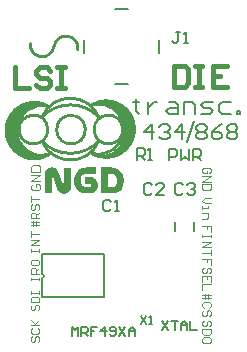
<source format=gto>
%FSAX44Y44*%
%MOMM*%
G71*
G01*
G75*
%ADD10R,0.8000X0.9000*%
%ADD11R,0.9000X0.8000*%
%ADD12R,1.2000X2.0000*%
%ADD13O,0.4500X1.5000*%
%ADD14R,0.4500X1.5000*%
%ADD15R,1.8000X1.3000*%
%ADD16C,0.2000*%
%ADD17C,0.3000*%
%ADD18C,0.4000*%
%ADD19C,0.7000*%
%ADD20C,0.5000*%
%ADD21R,2.4130X3.6830*%
%ADD22C,2.3000*%
%ADD23R,2.4400X2.4400*%
%ADD24R,2.4400X2.4400*%
%ADD25C,1.0000*%
%ADD26C,1.8000*%
%ADD27C,0.8000*%
%ADD28C,0.6000*%
%ADD29C,0.2540*%
%ADD30C,0.1500*%
%ADD31C,0.1000*%
G36*
X-00007733Y00152779D02*
X-00007510D01*
X-00007250Y00152742D01*
X-00006582Y00152630D01*
X-00005840Y00152482D01*
X-00004987Y00152222D01*
X-00004059Y00151888D01*
X-00003131Y00151443D01*
X-00002204Y00150849D01*
X-00001721Y00150515D01*
X-00001276Y00150144D01*
X-00000830Y00149699D01*
X-00000422Y00149253D01*
X-00000014Y00148734D01*
X00000357Y00148177D01*
X00000691Y00147583D01*
X00000988Y00146916D01*
X00001248Y00146210D01*
X00001470Y00145468D01*
X00001656Y00144652D01*
X00001804Y00143761D01*
X00001878Y00142833D01*
X00001916Y00141832D01*
Y00141757D01*
Y00141572D01*
Y00141312D01*
X00001878Y00140904D01*
X00001841Y00140458D01*
X00001767Y00139939D01*
X00001693Y00139345D01*
X00001582Y00138714D01*
X00001470Y00138046D01*
X00001285Y00137341D01*
X00001062Y00136673D01*
X00000839Y00135968D01*
X00000505Y00135300D01*
X00000171Y00134669D01*
X-00000237Y00134076D01*
X-00000682Y00133519D01*
X-00000719Y00133482D01*
X-00000793Y00133408D01*
X-00000942Y00133259D01*
X-00001164Y00133111D01*
X-00001424Y00132888D01*
X-00001758Y00132666D01*
X-00002129Y00132406D01*
X-00002575Y00132183D01*
X-00003094Y00131923D01*
X-00003651Y00131664D01*
X-00004282Y00131441D01*
X-00004950Y00131218D01*
X-00005655Y00131070D01*
X-00006471Y00130921D01*
X-00007325Y00130847D01*
X-00008215Y00130810D01*
X-00017456D01*
Y00152816D01*
X-00007918D01*
X-00007733Y00152779D01*
D02*
G37*
G36*
X-00021686Y00147138D02*
X-00030963D01*
X-00031186Y00147101D01*
X-00031483Y00147064D01*
X-00031891Y00146990D01*
X-00032336Y00146804D01*
X-00032782Y00146581D01*
X-00033190Y00146285D01*
X-00033561Y00145839D01*
X-00033598Y00145765D01*
X-00033709Y00145617D01*
X-00033858Y00145283D01*
X-00034006Y00144837D01*
X-00034155Y00144281D01*
X-00034303Y00143576D01*
X-00034415Y00142722D01*
X-00034452Y00142240D01*
Y00141720D01*
Y00141646D01*
Y00141497D01*
X-00034415Y00141238D01*
X-00034377Y00140904D01*
X-00034340Y00140496D01*
X-00034266Y00140050D01*
X-00034155Y00139605D01*
X-00034006Y00139122D01*
X-00033821Y00138603D01*
X-00033598Y00138158D01*
X-00033301Y00137712D01*
X-00032967Y00137304D01*
X-00032559Y00136970D01*
X-00032077Y00136710D01*
X-00031557Y00136562D01*
X-00030926Y00136488D01*
X-00026659D01*
X-00026473Y00136525D01*
X-00026250Y00136636D01*
X-00026028Y00136859D01*
Y00136896D01*
X-00025991Y00136933D01*
X-00025842Y00137119D01*
X-00025731Y00137416D01*
X-00025694Y00137750D01*
Y00137787D01*
Y00137824D01*
X-00025731Y00138046D01*
X-00025842Y00138343D01*
X-00026028Y00138677D01*
Y00138714D01*
X-00026065Y00138751D01*
X-00026213Y00138900D01*
X-00026436Y00139048D01*
X-00026584Y00139122D01*
X-00031000D01*
Y00144800D01*
X-00026362D01*
X-00026102Y00144763D01*
X-00025731Y00144726D01*
X-00025360Y00144652D01*
X-00024915Y00144541D01*
X-00024469Y00144392D01*
X-00024024Y00144206D01*
X-00023987Y00144169D01*
X-00023801Y00144095D01*
X-00023579Y00143984D01*
X-00023319Y00143798D01*
X-00022985Y00143576D01*
X-00022614Y00143316D01*
X-00022280Y00142982D01*
X-00021946Y00142648D01*
X-00021909Y00142611D01*
X-00021797Y00142462D01*
X-00021649Y00142277D01*
X-00021426Y00142017D01*
X-00021204Y00141683D01*
X-00020981Y00141312D01*
X-00020758Y00140867D01*
X-00020536Y00140421D01*
X-00020498Y00140384D01*
X-00020461Y00140199D01*
X-00020387Y00139976D01*
X-00020276Y00139642D01*
X-00020164Y00139271D01*
X-00020090Y00138863D01*
X-00020053Y00138417D01*
X-00020016Y00137935D01*
Y00137861D01*
Y00137675D01*
X-00020053Y00137378D01*
X-00020090Y00137007D01*
X-00020164Y00136562D01*
X-00020239Y00136080D01*
X-00020387Y00135560D01*
X-00020573Y00135078D01*
X-00020610Y00135041D01*
X-00020684Y00134855D01*
X-00020795Y00134632D01*
X-00020944Y00134335D01*
X-00021167Y00133964D01*
X-00021389Y00133593D01*
X-00021686Y00133222D01*
X-00022020Y00132851D01*
X-00022057Y00132814D01*
X-00022168Y00132703D01*
X-00022391Y00132517D01*
X-00022614Y00132331D01*
X-00022948Y00132072D01*
X-00023319Y00131849D01*
X-00023690Y00131589D01*
X-00024135Y00131367D01*
X-00024172Y00131329D01*
X-00024321Y00131292D01*
X-00024581Y00131218D01*
X-00024877Y00131107D01*
X-00025248Y00130996D01*
X-00025657Y00130921D01*
X-00026139Y00130847D01*
X-00026621Y00130810D01*
X-00030295D01*
X-00030481Y00130847D01*
X-00030704D01*
X-00030963Y00130884D01*
X-00031594Y00130996D01*
X-00032373Y00131144D01*
X-00033227Y00131404D01*
X-00034155Y00131738D01*
X-00035082Y00132183D01*
X-00036010Y00132777D01*
X-00036493Y00133111D01*
X-00036938Y00133482D01*
X-00037383Y00133890D01*
X-00037792Y00134373D01*
X-00038200Y00134892D01*
X-00038534Y00135412D01*
X-00038905Y00136042D01*
X-00039202Y00136673D01*
X-00039461Y00137378D01*
X-00039684Y00138158D01*
X-00039870Y00138974D01*
X-00040018Y00139828D01*
X-00040092Y00140755D01*
X-00040129Y00141757D01*
Y00141869D01*
Y00141906D01*
Y00141980D01*
Y00142128D01*
X-00040092Y00142351D01*
Y00142574D01*
X-00040055Y00142871D01*
X-00040018Y00143204D01*
X-00039944Y00143576D01*
X-00039795Y00144392D01*
X-00039573Y00145320D01*
X-00039239Y00146322D01*
X-00038830Y00147361D01*
X-00038274Y00148363D01*
X-00037606Y00149365D01*
X-00037198Y00149810D01*
X-00036790Y00150292D01*
X-00036307Y00150701D01*
X-00035825Y00151109D01*
X-00035268Y00151480D01*
X-00034637Y00151814D01*
X-00034006Y00152111D01*
X-00033301Y00152333D01*
X-00032559Y00152556D01*
X-00031780Y00152704D01*
X-00030926Y00152779D01*
X-00029999Y00152816D01*
X-00021686D01*
Y00147138D01*
D02*
G37*
G36*
X-00058239Y00152927D02*
X-00057868Y00152890D01*
X-00057422Y00152779D01*
X-00056866Y00152630D01*
X-00056272Y00152371D01*
X-00055641Y00152037D01*
X-00055047Y00151554D01*
X-00055010D01*
X-00054973Y00151480D01*
X-00054788Y00151294D01*
X-00054491Y00150960D01*
X-00054157Y00150552D01*
X-00053748Y00149996D01*
X-00053340Y00149328D01*
X-00052969Y00148548D01*
X-00052635Y00147658D01*
X-00049036Y00136562D01*
Y00136525D01*
X-00048961Y00136451D01*
X-00048887Y00136339D01*
X-00048776Y00136302D01*
X-00048739D01*
X-00048664Y00136339D01*
X-00048590Y00136451D01*
X-00048553Y00136673D01*
Y00152779D01*
X-00042653D01*
Y00136562D01*
Y00136488D01*
Y00136339D01*
X-00042690Y00136080D01*
X-00042727Y00135746D01*
X-00042764Y00135374D01*
X-00042838Y00134966D01*
X-00042987Y00134521D01*
X-00043135Y00134113D01*
X-00043172Y00134076D01*
X-00043209Y00133927D01*
X-00043321Y00133705D01*
X-00043469Y00133445D01*
X-00043655Y00133148D01*
X-00043914Y00132851D01*
X-00044174Y00132517D01*
X-00044471Y00132220D01*
X-00044508Y00132183D01*
X-00044620Y00132109D01*
X-00044805Y00131960D01*
X-00045028Y00131775D01*
X-00045325Y00131589D01*
X-00045659Y00131404D01*
X-00046030Y00131218D01*
X-00046438Y00131033D01*
X-00046475D01*
X-00046624Y00130958D01*
X-00046846Y00130921D01*
X-00047143Y00130847D01*
X-00047514Y00130773D01*
X-00047922Y00130699D01*
X-00048405Y00130662D01*
X-00048887Y00130625D01*
X-00049073D01*
X-00049221Y00130662D01*
X-00049592Y00130699D01*
X-00050038Y00130773D01*
X-00050594Y00130921D01*
X-00051151Y00131107D01*
X-00051745Y00131404D01*
X-00052338Y00131775D01*
X-00052413Y00131812D01*
X-00052598Y00131997D01*
X-00052858Y00132257D01*
X-00053192Y00132628D01*
X-00053563Y00133074D01*
X-00053934Y00133667D01*
X-00054268Y00134335D01*
X-00054565Y00135078D01*
X-00058424Y00146990D01*
Y00147027D01*
X-00058461Y00147138D01*
X-00058536Y00147212D01*
X-00058684Y00147249D01*
X-00058721D01*
X-00058758Y00147212D01*
X-00058833Y00147138D01*
X-00058870Y00146953D01*
Y00130810D01*
X-00064770D01*
Y00146990D01*
Y00147064D01*
Y00147212D01*
X-00064733Y00147472D01*
X-00064696Y00147806D01*
X-00064659Y00148177D01*
X-00064584Y00148585D01*
X-00064473Y00149031D01*
X-00064325Y00149439D01*
X-00064288Y00149476D01*
X-00064250Y00149625D01*
X-00064139Y00149847D01*
X-00063991Y00150107D01*
X-00063805Y00150404D01*
X-00063583Y00150701D01*
X-00063026Y00151332D01*
X-00062989Y00151369D01*
X-00062877Y00151443D01*
X-00062692Y00151591D01*
X-00062469Y00151777D01*
X-00062172Y00151962D01*
X-00061801Y00152148D01*
X-00061430Y00152333D01*
X-00061022Y00152519D01*
X-00060985Y00152556D01*
X-00060836Y00152593D01*
X-00060577Y00152667D01*
X-00060280Y00152742D01*
X-00059909Y00152816D01*
X-00059500Y00152890D01*
X-00059055Y00152964D01*
X-00058387D01*
X-00058239Y00152927D01*
D02*
G37*
G36*
X-00069076Y00207652D02*
X-00064559Y00206282D01*
X-00061045Y00204403D01*
X-00061074Y00204357D01*
X-00061073Y00204357D01*
X-00063250Y00205018D01*
X-00067424Y00205429D01*
X-00071597Y00205018D01*
X-00075610Y00203800D01*
X-00079308Y00201823D01*
X-00082550Y00199163D01*
X-00085210Y00195921D01*
X-00087187Y00192223D01*
X-00088405Y00188210D01*
X-00088816Y00184037D01*
X-00088405Y00179863D01*
X-00087187Y00175850D01*
X-00085210Y00172152D01*
X-00082550Y00168910D01*
X-00079308Y00166250D01*
X-00075610Y00164273D01*
X-00071597Y00163055D01*
X-00067424Y00162644D01*
X-00063250Y00163055D01*
X-00061073Y00163716D01*
X-00061045Y00163670D01*
X-00064559Y00161791D01*
X-00069076Y00160421D01*
X-00073773Y00159958D01*
X-00078471Y00160421D01*
X-00082988Y00161791D01*
X-00087151Y00164016D01*
X-00090799Y00167011D01*
X-00093794Y00170659D01*
X-00096019Y00174822D01*
X-00097389Y00179339D01*
X-00097852Y00184037D01*
X-00097389Y00188734D01*
X-00096019Y00193251D01*
X-00093794Y00197414D01*
X-00090799Y00201062D01*
X-00087151Y00204057D01*
X-00082988Y00206282D01*
X-00078471Y00207652D01*
X-00073773Y00208115D01*
X-00069076Y00207652D01*
D02*
G37*
G36*
X-00008116D02*
X-00003599Y00206282D01*
X00000564Y00204057D01*
X00004212Y00201062D01*
X00007207Y00197414D01*
X00009432Y00193251D01*
X00010802Y00188734D01*
X00011265Y00184037D01*
X00010802Y00179339D01*
X00009432Y00174822D01*
X00007207Y00170659D01*
X00004212Y00167011D01*
X00000564Y00164016D01*
X-00003599Y00161791D01*
X-00008116Y00160421D01*
X-00012814Y00159958D01*
X-00017511Y00160421D01*
X-00022028Y00161791D01*
X-00025543Y00163670D01*
X-00025513Y00163716D01*
X-00025514Y00163716D01*
X-00023337Y00163055D01*
X-00019164Y00162644D01*
X-00014990Y00163055D01*
X-00010977Y00164273D01*
X-00007279Y00166250D01*
X-00004037Y00168910D01*
X-00001377Y00172152D01*
X00000600Y00175850D01*
X00001817Y00179863D01*
X00002229Y00184037D01*
X00001817Y00188210D01*
X00000600Y00192223D01*
X-00001377Y00195921D01*
X-00004037Y00199163D01*
X-00007279Y00201823D01*
X-00010977Y00203800D01*
X-00014990Y00205018D01*
X-00019164Y00205429D01*
X-00023337Y00205018D01*
X-00025514Y00204357D01*
X-00025543Y00204403D01*
X-00022028Y00206282D01*
X-00017511Y00207652D01*
X-00012814Y00208115D01*
X-00008116Y00207652D01*
D02*
G37*
%LPC*%
G36*
X-00007325Y00147138D02*
X-00011778D01*
Y00136488D01*
X-00007250D01*
X-00007028Y00136525D01*
X-00006731Y00136562D01*
X-00006323Y00136636D01*
X-00005877Y00136785D01*
X-00005432Y00137007D01*
X-00005024Y00137341D01*
X-00004653Y00137750D01*
X-00004616Y00137824D01*
X-00004504Y00138009D01*
X-00004356Y00138306D01*
X-00004207Y00138751D01*
X-00004059Y00139308D01*
X-00003911Y00140013D01*
X-00003799Y00140867D01*
X-00003762Y00141349D01*
Y00141869D01*
Y00141943D01*
Y00142091D01*
X-00003799Y00142351D01*
Y00142685D01*
X-00003873Y00143093D01*
X-00003948Y00143539D01*
X-00004059Y00144021D01*
X-00004207Y00144503D01*
X-00004393Y00144986D01*
X-00004616Y00145468D01*
X-00004913Y00145913D01*
X-00005246Y00146322D01*
X-00005655Y00146656D01*
X-00006137Y00146916D01*
X-00006694Y00147064D01*
X-00007325Y00147138D01*
D02*
G37*
%LPD*%
D16*
X-00066910Y00059325D02*
G03*
X-00066910Y00062575I00000000J00001625D01*
G01*
X-00005400Y00223520D02*
X00005400D01*
X-00005400Y00287020D02*
X00005400D01*
X-00031750Y00249870D02*
Y00260670D01*
X00031750Y00249870D02*
Y00260670D01*
X-00049810Y00043200D02*
X-00032010D01*
X-00014910D02*
Y00079450D01*
X-00066910D02*
X-00032760D01*
X-00066910Y00062575D02*
Y00074600D01*
Y00043200D02*
Y00059325D01*
X-00032010Y00043200D02*
X-00014910D01*
X-00066910D02*
X-00049810D01*
X-00032760Y00079450D02*
X-00014910D01*
X-00066910Y00074700D02*
Y00079450D01*
X00045340Y00098870D02*
Y00106870D01*
X00061340Y00098870D02*
Y00106870D01*
X00040640Y00158750D02*
Y00168747D01*
X00045638D01*
X00047305Y00167081D01*
Y00163748D01*
X00045638Y00162082D01*
X00040640D01*
X00050637Y00168747D02*
Y00158750D01*
X00053969Y00162082D01*
X00057301Y00158750D01*
Y00168747D01*
X00060634Y00158750D02*
Y00168747D01*
X00065632D01*
X00067298Y00167081D01*
Y00163748D01*
X00065632Y00162082D01*
X00060634D01*
X00063966D02*
X00067298Y00158750D01*
X-00008576Y00123901D02*
X-00010242Y00125567D01*
X-00013574D01*
X-00015240Y00123901D01*
Y00117236D01*
X-00013574Y00115570D01*
X-00010242D01*
X-00008576Y00117236D01*
X-00005243Y00115570D02*
X-00001911D01*
X-00003577D01*
Y00125567D01*
X-00005243Y00123901D01*
X00025714Y00137871D02*
X00024048Y00139537D01*
X00020716D01*
X00019050Y00137871D01*
Y00131206D01*
X00020716Y00129540D01*
X00024048D01*
X00025714Y00131206D01*
X00035711Y00129540D02*
X00029047D01*
X00035711Y00136205D01*
Y00137871D01*
X00034045Y00139537D01*
X00030713D01*
X00029047Y00137871D01*
X00052385D02*
X00050718Y00139537D01*
X00047386D01*
X00045720Y00137871D01*
Y00131206D01*
X00047386Y00129540D01*
X00050718D01*
X00052385Y00131206D01*
X00055717Y00137871D02*
X00057383Y00139537D01*
X00060715D01*
X00062381Y00137871D01*
Y00136205D01*
X00060715Y00134538D01*
X00059049D01*
X00060715D01*
X00062381Y00132872D01*
Y00131206D01*
X00060715Y00129540D01*
X00057383D01*
X00055717Y00131206D01*
X00049844Y00267807D02*
X00046512D01*
X00048178D01*
Y00259476D01*
X00046512Y00257810D01*
X00044846D01*
X00043180Y00259476D01*
X00053177Y00257810D02*
X00056509D01*
X00054843D01*
Y00267807D01*
X00053177Y00266141D01*
X00012860Y00159050D02*
Y00169047D01*
X00017858D01*
X00019525Y00167381D01*
Y00164048D01*
X00017858Y00162382D01*
X00012860D01*
X00016192D02*
X00019525Y00159050D01*
X00022857D02*
X00026189D01*
X00024523D01*
Y00169047D01*
X00022857Y00167381D01*
X00063500Y00187360D02*
X00065666Y00189526D01*
X00069998D01*
X00072164Y00187360D01*
Y00185194D01*
X00069998Y00183028D01*
X00072164Y00180862D01*
Y00178696D01*
X00069998Y00176530D01*
X00065666D01*
X00063500Y00178696D01*
Y00180862D01*
X00065666Y00183028D01*
X00063500Y00185194D01*
Y00187360D01*
X00065666Y00183028D02*
X00069998D01*
X00085160Y00189526D02*
X00080828Y00187360D01*
X00076496Y00183028D01*
Y00178696D01*
X00078662Y00176530D01*
X00082994D01*
X00085160Y00178696D01*
Y00180862D01*
X00082994Y00183028D01*
X00076496D01*
X00089492Y00187360D02*
X00091658Y00189526D01*
X00095990D01*
X00098155Y00187360D01*
Y00185194D01*
X00095990Y00183028D01*
X00098155Y00180862D01*
Y00178696D01*
X00095990Y00176530D01*
X00091658D01*
X00089492Y00178696D01*
Y00180862D01*
X00091658Y00183028D01*
X00089492Y00185194D01*
Y00187360D01*
X00091658Y00183028D02*
X00095990D01*
X00012659Y00210616D02*
Y00208117D01*
X00010160D01*
X00015158D01*
X00012659D01*
Y00200619D01*
X00015158Y00198120D01*
X00022656Y00208117D02*
Y00198120D01*
Y00203118D01*
X00025155Y00205618D01*
X00027654Y00208117D01*
X00030154D01*
X00040150D02*
X00045149D01*
X00047648Y00205618D01*
Y00198120D01*
X00040150D01*
X00037651Y00200619D01*
X00040150Y00203118D01*
X00047648D01*
X00052646Y00198120D02*
Y00208117D01*
X00060144D01*
X00062643Y00205618D01*
Y00198120D01*
X00067641D02*
X00075139D01*
X00077638Y00200619D01*
X00075139Y00203118D01*
X00070141D01*
X00067641Y00205618D01*
X00070141Y00208117D01*
X00077638D01*
X00092633D02*
X00085136D01*
X00082636Y00205618D01*
Y00200619D01*
X00085136Y00198120D01*
X00092633D01*
X00097632D02*
Y00200619D01*
X00100131D01*
Y00198120D01*
X00097632D01*
X00025548Y00176530D02*
Y00189526D01*
X00019050Y00183028D01*
X00027714D01*
X00032046Y00187360D02*
X00034212Y00189526D01*
X00038544D01*
X00040710Y00187360D01*
Y00185194D01*
X00038544Y00183028D01*
X00036378D01*
X00038544D01*
X00040710Y00180862D01*
Y00178696D01*
X00038544Y00176530D01*
X00034212D01*
X00032046Y00178696D01*
X00051540Y00176530D02*
Y00189526D01*
X00045042Y00183028D01*
X00053706D01*
X00055880Y00173990D02*
X00061841Y00191873D01*
D18*
X-00090170Y00237704D02*
Y00219710D01*
X-00078174D01*
X-00060180Y00234705D02*
X-00063179Y00237704D01*
X-00069177D01*
X-00072176Y00234705D01*
Y00231706D01*
X-00069177Y00228707D01*
X-00063179D01*
X-00060180Y00225708D01*
Y00222709D01*
X-00063179Y00219710D01*
X-00069177D01*
X-00072176Y00222709D01*
X-00054182Y00237704D02*
X-00048184D01*
X-00051183D01*
Y00219710D01*
X-00054182D01*
X-00048184D01*
X00044450Y00238974D02*
Y00220980D01*
X00053447D01*
X00056446Y00223979D01*
Y00235975D01*
X00053447Y00238974D01*
X00044450D01*
X00062444D02*
X00068442D01*
X00065443D01*
Y00220980D01*
X00062444D01*
X00068442D01*
X00089435Y00238974D02*
X00077439D01*
Y00220980D01*
X00089435D01*
X00077439Y00229977D02*
X00083437D01*
D29*
X-00037064Y00252781D02*
G03*
X-00056915Y00255219I-00009926J00001219D01*
G01*
X-00077001Y00257707D02*
G03*
X-00057150Y00255270I00009926J-00001219D01*
G01*
X-00061074Y00204357D02*
G03*
X-00061074Y00163716I-00012700J-00020320D01*
G01*
X-00025513Y00164986D02*
G03*
X-00025513Y00205627I00012700J00020320D01*
G01*
X-00061073Y00204356D02*
G03*
X-00061073Y00163717I-00006350J-00020320D01*
G01*
X-00025514Y00164986D02*
G03*
X-00025514Y00205627I00006350J00020320D01*
G01*
X-00019164Y00195466D02*
G03*
X-00067407Y00195506I-00024130J-00010160D01*
G01*
X-00067424Y00175147D02*
G03*
X-00019180Y00175107I00024130J00010160D01*
G01*
X-00019164Y00195466D02*
G03*
X-00067392Y00195500I-00024130J-00022860D01*
G01*
X-00067424Y00175147D02*
G03*
X-00019195Y00175113I00024130J00022860D01*
G01*
X-00062344Y00185588D02*
G03*
X-00062331Y00185306I-00012126J-00000695D01*
G01*
X00001144Y00185588D02*
G03*
X00001156Y00185306I-00012126J-00000695D01*
G01*
X-00030600Y00185588D02*
G03*
X-00030587Y00185306I-00012126J-00000695D01*
G01*
D30*
X-00041910Y00010160D02*
Y00018157D01*
X-00039244Y00015492D01*
X-00036578Y00018157D01*
Y00010160D01*
X-00033913D02*
Y00018157D01*
X-00029914D01*
X-00028581Y00016825D01*
Y00014159D01*
X-00029914Y00012826D01*
X-00033913D01*
X-00031247D02*
X-00028581Y00010160D01*
X-00020584Y00018157D02*
X-00025915D01*
Y00014159D01*
X-00023249D01*
X-00025915D01*
Y00010160D01*
X-00013919D02*
Y00018157D01*
X-00017918Y00014159D01*
X-00012586D01*
X-00009920Y00011493D02*
X-00008587Y00010160D01*
X-00005922D01*
X-00004589Y00011493D01*
Y00016825D01*
X-00005922Y00018157D01*
X-00008587D01*
X-00009920Y00016825D01*
Y00015492D01*
X-00008587Y00014159D01*
X-00004589D01*
X-00001923Y00018157D02*
X00003409Y00010160D01*
Y00018157D02*
X-00001923Y00010160D01*
X00006075D02*
Y00015492D01*
X00008740Y00018157D01*
X00011406Y00015492D01*
Y00010160D01*
Y00014159D01*
X00006075D01*
X00016510Y00027318D02*
X00021175Y00020320D01*
Y00027318D02*
X00016510Y00020320D01*
X00023508D02*
X00025840D01*
X00024674D01*
Y00027318D01*
X00023508Y00026151D01*
X00034290Y00023237D02*
X00039622Y00015240D01*
Y00023237D02*
X00034290Y00015240D01*
X00042287Y00023237D02*
X00047619D01*
X00044953D01*
Y00015240D01*
X00050285D02*
Y00020572D01*
X00052951Y00023237D01*
X00055616Y00020572D01*
Y00015240D01*
Y00019239D01*
X00050285D01*
X00058282Y00023237D02*
Y00015240D01*
X00063614D01*
D31*
X-00075244Y00138682D02*
X-00076577Y00137349D01*
Y00134683D01*
X-00075244Y00133350D01*
X-00069913D01*
X-00068580Y00134683D01*
Y00137349D01*
X-00069913Y00138682D01*
X-00072579D01*
Y00136016D01*
X-00068580Y00141347D02*
X-00076577D01*
X-00068580Y00146679D01*
X-00076577D01*
Y00149345D02*
X-00068580D01*
Y00153344D01*
X-00069913Y00154676D01*
X-00075244D01*
X-00076577Y00153344D01*
Y00149345D01*
X00074412Y00147735D02*
X00075578Y00148901D01*
Y00151234D01*
X00074412Y00152400D01*
X00069746D01*
X00068580Y00151234D01*
Y00148901D01*
X00069746Y00147735D01*
X00072079D01*
Y00150067D01*
X00068580Y00145402D02*
X00075578D01*
X00068580Y00140737D01*
X00075578D01*
Y00138405D02*
X00068580D01*
Y00134906D01*
X00069746Y00133739D01*
X00074412D01*
X00075578Y00134906D01*
Y00138405D01*
Y00098205D02*
Y00102870D01*
X00072079D01*
Y00100537D01*
Y00102870D01*
X00068580D01*
X00075578Y00095872D02*
Y00093540D01*
Y00094706D01*
X00068580D01*
Y00095872D01*
Y00093540D01*
Y00090041D02*
X00075578D01*
X00068580Y00085376D01*
X00075578D01*
Y00083043D02*
Y00078378D01*
Y00080710D01*
X00068580D01*
X-00069850Y00104036D02*
X-00076848D01*
Y00106369D02*
X-00069850D01*
X-00074515Y00102870D02*
Y00106369D01*
Y00107535D01*
X-00072183Y00102870D02*
Y00107535D01*
X-00069850Y00109868D02*
X-00076848D01*
Y00113367D01*
X-00075682Y00114533D01*
X-00073349D01*
X-00072183Y00113367D01*
Y00109868D01*
Y00112200D02*
X-00069850Y00114533D01*
X-00075682Y00121531D02*
X-00076848Y00120364D01*
Y00118032D01*
X-00075682Y00116866D01*
X-00074515D01*
X-00073349Y00118032D01*
Y00120364D01*
X-00072183Y00121531D01*
X-00071016D01*
X-00069850Y00120364D01*
Y00118032D01*
X-00071016Y00116866D01*
X-00076848Y00123863D02*
Y00128528D01*
Y00126196D01*
X-00069850D01*
X-00076848Y00081280D02*
Y00083613D01*
Y00082446D01*
X-00069850D01*
Y00081280D01*
Y00083613D01*
Y00087112D02*
X-00076848D01*
X-00069850Y00091777D01*
X-00076848D01*
Y00094109D02*
Y00098774D01*
Y00096442D01*
X-00069850D01*
X-00076848Y00057150D02*
Y00059483D01*
Y00058316D01*
X-00069850D01*
Y00057150D01*
Y00059483D01*
Y00062982D02*
X-00076848D01*
Y00066480D01*
X-00075682Y00067647D01*
X-00073349D01*
X-00072183Y00066480D01*
Y00062982D01*
Y00065314D02*
X-00069850Y00067647D01*
X-00076848Y00073478D02*
Y00071146D01*
X-00075682Y00069979D01*
X-00071016D01*
X-00069850Y00071146D01*
Y00073478D01*
X-00071016Y00074644D01*
X-00075682D01*
X-00076848Y00073478D01*
X-00075682Y00036415D02*
X-00076848Y00035249D01*
Y00032916D01*
X-00075682Y00031750D01*
X-00074515D01*
X-00073349Y00032916D01*
Y00035249D01*
X-00072183Y00036415D01*
X-00071016D01*
X-00069850Y00035249D01*
Y00032916D01*
X-00071016Y00031750D01*
X-00076848Y00038748D02*
X-00069850D01*
Y00042247D01*
X-00071016Y00043413D01*
X-00075682D01*
X-00076848Y00042247D01*
Y00038748D01*
Y00045746D02*
Y00048078D01*
Y00046912D01*
X-00069850D01*
Y00045746D01*
Y00048078D01*
X-00075682Y00009745D02*
X-00076848Y00008579D01*
Y00006246D01*
X-00075682Y00005080D01*
X-00074515D01*
X-00073349Y00006246D01*
Y00008579D01*
X-00072183Y00009745D01*
X-00071016D01*
X-00069850Y00008579D01*
Y00006246D01*
X-00071016Y00005080D01*
X-00075682Y00016743D02*
X-00076848Y00015577D01*
Y00013244D01*
X-00075682Y00012078D01*
X-00071016D01*
X-00069850Y00013244D01*
Y00015577D01*
X-00071016Y00016743D01*
X-00076848Y00019075D02*
X-00069850D01*
X-00072183D01*
X-00076848Y00023741D01*
X-00073349Y00020242D01*
X-00069850Y00023741D01*
X00075578Y00127000D02*
X00070913D01*
X00068580Y00124667D01*
X00070913Y00122335D01*
X00075578D01*
X00068580Y00120002D02*
Y00117670D01*
Y00118836D01*
X00073245D01*
Y00120002D01*
X00068580Y00114171D02*
X00073245D01*
Y00110672D01*
X00072079Y00109506D01*
X00068580D01*
X00075578Y00070265D02*
Y00074930D01*
X00072079D01*
Y00072597D01*
Y00074930D01*
X00068580D01*
X00074412Y00063267D02*
X00075578Y00064433D01*
Y00066766D01*
X00074412Y00067932D01*
X00073245D01*
X00072079Y00066766D01*
Y00064433D01*
X00070913Y00063267D01*
X00069746D01*
X00068580Y00064433D01*
Y00066766D01*
X00069746Y00067932D01*
X00075578Y00056269D02*
Y00060935D01*
X00068580D01*
Y00056269D01*
X00072079Y00060935D02*
Y00058602D01*
X00075578Y00053937D02*
X00068580D01*
Y00049272D01*
Y00044554D02*
X00075578D01*
Y00042221D02*
X00068580D01*
X00073245Y00045720D02*
Y00042221D01*
Y00041055D01*
X00070913Y00045720D02*
Y00041055D01*
X00074412Y00034057D02*
X00075578Y00035223D01*
Y00037556D01*
X00074412Y00038722D01*
X00069746D01*
X00068580Y00037556D01*
Y00035223D01*
X00069746Y00034057D01*
X00074412Y00027059D02*
X00075578Y00028226D01*
Y00030558D01*
X00074412Y00031725D01*
X00073245D01*
X00072079Y00030558D01*
Y00028226D01*
X00070913Y00027059D01*
X00069746D01*
X00068580Y00028226D01*
Y00030558D01*
X00069746Y00031725D01*
X00074412Y00018195D02*
X00075578Y00019361D01*
Y00021694D01*
X00074412Y00022860D01*
X00073245D01*
X00072079Y00021694D01*
Y00019361D01*
X00070913Y00018195D01*
X00069746D01*
X00068580Y00019361D01*
Y00021694D01*
X00069746Y00022860D01*
X00075578Y00015862D02*
X00068580D01*
Y00012363D01*
X00069746Y00011197D01*
X00074412D01*
X00075578Y00012363D01*
Y00015862D01*
Y00005366D02*
Y00007698D01*
X00074412Y00008864D01*
X00069746D01*
X00068580Y00007698D01*
Y00005366D01*
X00069746Y00004199D01*
X00074412D01*
X00075578Y00005366D01*
M02*

</source>
